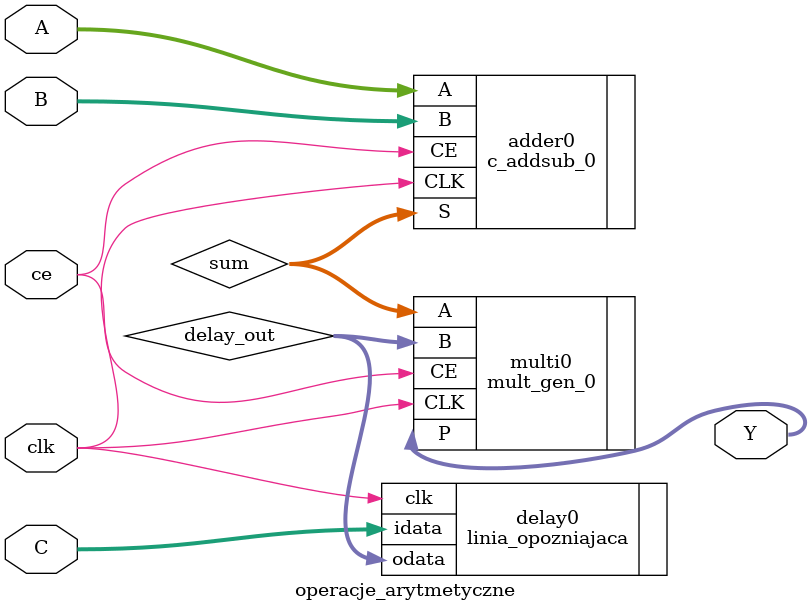
<source format=v>
`timescale 1ns / 1ps


module operacje_arytmetyczne(
    input clk,
    input ce,
    input [11:0] A,
    input [11:0] B,
    input [11:0] C,
    output [24:0] Y
);
    
    
wire signed [12:0] sum;
wire signed [11:0] delay_out;

c_addsub_0 adder0(
    .A(A),
    .B(B),
    .CE(ce),
    .CLK(clk),
    .S(sum)
);

linia_opozniajaca #(
    .N(12),
    .DELAY(2)
) 

delay0(
    .idata(C),
    .odata(delay_out),
    .clk(clk)
);

mult_gen_0 multi0(
    .A(sum),
    .B(delay_out),
    .CE(ce),
    .CLK(clk),
    .P(Y)
);
endmodule

</source>
